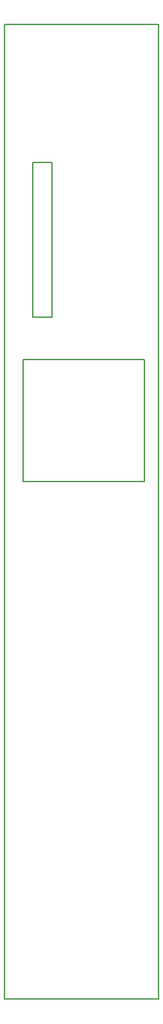
<source format=gbr>
G04 #@! TF.GenerationSoftware,KiCad,Pcbnew,(5.0.1)-4*
G04 #@! TF.CreationDate,2018-12-03T17:05:39+00:00*
G04 #@! TF.ProjectId,DevBoard_Panel,446576426F6172645F50616E656C2E6B,rev?*
G04 #@! TF.SameCoordinates,Original*
G04 #@! TF.FileFunction,Profile,NP*
%FSLAX46Y46*%
G04 Gerber Fmt 4.6, Leading zero omitted, Abs format (unit mm)*
G04 Created by KiCad (PCBNEW (5.0.1)-4) date 03/12/2018 17:05:39*
%MOMM*%
%LPD*%
G01*
G04 APERTURE LIST*
%ADD10C,0.150000*%
G04 APERTURE END LIST*
D10*
X52450000Y-94200000D02*
X52450000Y-110200000D01*
X52450000Y-110250000D02*
X68450000Y-110250000D01*
X68450000Y-94200000D02*
X68450000Y-110200000D01*
X52450000Y-94200000D02*
X68450000Y-94200000D01*
X53700000Y-88600000D02*
X53700000Y-68200000D01*
X56300000Y-88600000D02*
X53700000Y-88600000D01*
X56300000Y-68200000D02*
X56300000Y-88600000D01*
X53700000Y-68200000D02*
X56300000Y-68200000D01*
X50000000Y-178500000D02*
X50000000Y-50000000D01*
X70320000Y-178500000D02*
X50000000Y-178500000D01*
X70320000Y-50000000D02*
X70320000Y-178500000D01*
X50000000Y-50000000D02*
X70320000Y-50000000D01*
M02*

</source>
